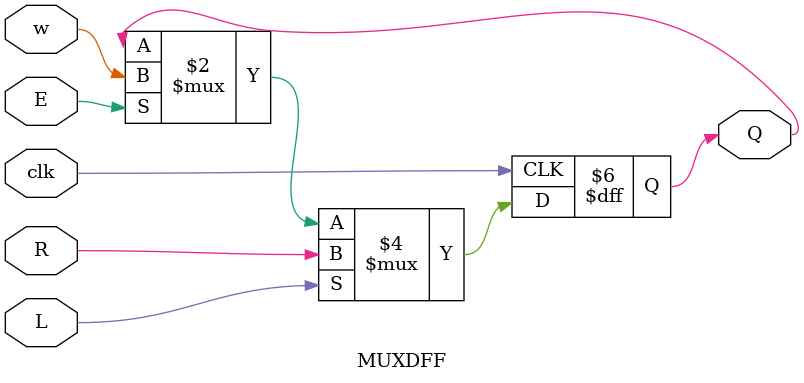
<source format=v>
module top_module (
    input [3:0] SW,
    input [3:0] KEY,
    output [3:0] LEDR
); //

    MUXDFF mux3 (KEY[0], KEY[2], KEY[1], SW[3], KEY[3], LEDR[3]);
    MUXDFF mux2 (KEY[0], KEY[2], KEY[1], SW[2], LEDR[3], LEDR[2]);
    MUXDFF mux1 (KEY[0], KEY[2], KEY[1], SW[1], LEDR[2], LEDR[1]);
    MUXDFF mux0 (KEY[0], KEY[2], KEY[1], SW[0], LEDR[1], LEDR[0]);
endmodule

module MUXDFF (
    input clk,L,E,R,w,
    output Q
);

    always @(posedge clk) begin
        if (L)
            Q <= R;
        else
            Q <= (E)? w:Q;
    end
endmodule
</source>
